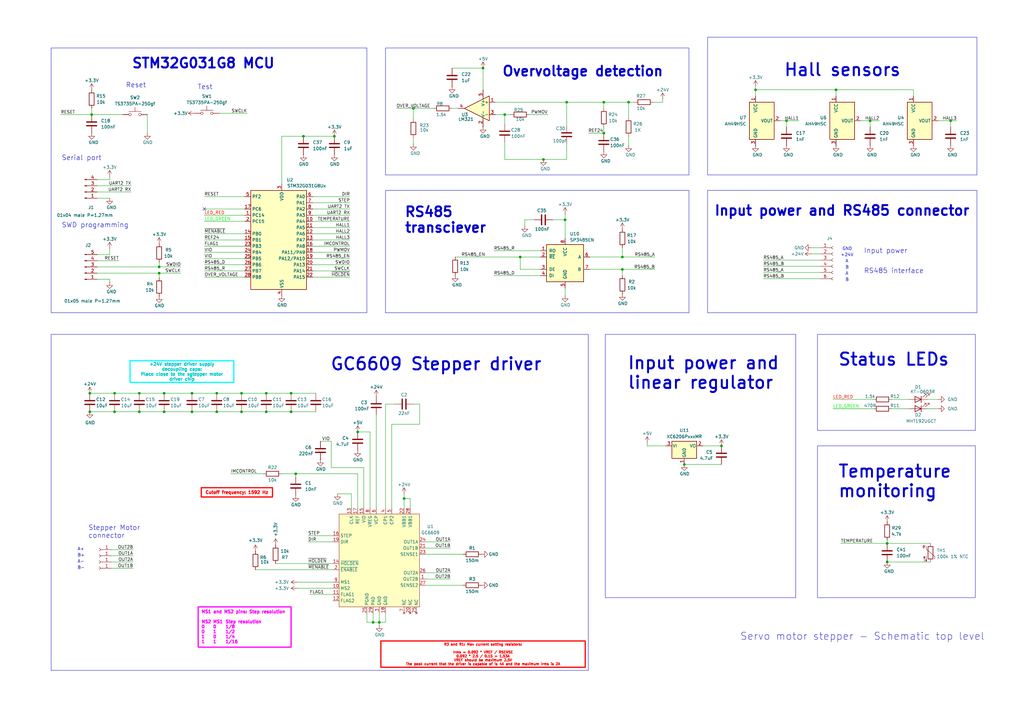
<source format=kicad_sch>
(kicad_sch (version 20231120) (generator "eeschema") (generator_version "8.0")
  (paper "A3")
  (title_block (title "Servo motor stepper M3 - Schematic top level") (date "2024-07-22") (rev "V9"))
  (junction (at 165.735 204.47))
  (junction (at 57.15 161.29))
  (junction (at 37.592 46.99))
  (junction (at 119.38 168.91))
  (junction (at 46.99 161.29))
  (junction (at 389.89 49.53))
  (junction (at 213.36 105.41))
  (junction (at 65.278 112.014))
  (junction (at 169.545 44.45))
  (junction (at 124.46 55.88))
  (junction (at 65.278 109.474))
  (junction (at 67.31 161.29))
  (junction (at 247.65 41.91))
  (junction (at 255.27 110.49))
  (junction (at 46.99 168.91))
  (junction (at 67.31 168.91))
  (junction (at 232.41 41.91))
  (junction (at 137.16 55.88))
  (junction (at 198.12 27.94))
  (junction (at 363.855 230.505))
  (junction (at 99.06 168.91))
  (junction (at 295.91 182.88))
  (junction (at 109.22 161.29))
  (junction (at 119.38 161.29))
  (junction (at 78.74 161.29))
  (junction (at 36.83 168.91))
  (junction (at 99.06 161.29))
  (junction (at 121.285 194.31))
  (junction (at 309.88 36.83))
  (junction (at 322.58 49.53))
  (junction (at 222.885 65.405))
  (junction (at 57.15 168.91))
  (junction (at 257.81 41.91))
  (junction (at 363.855 222.885))
  (junction (at 342.9 36.83))
  (junction (at 247.65 54.61))
  (junction (at 231.775 90.17))
  (junction (at 155.575 255.27))
  (junction (at 255.27 105.41))
  (junction (at 36.83 161.29))
  (junction (at 146.685 177.165))
  (junction (at 88.9 168.91))
  (junction (at 109.22 168.91))
  (junction (at 88.9 161.29))
  (junction (at 78.74 168.91))
  (junction (at 153.035 255.27))
  (junction (at 356.87 49.53))
  (junction (at 207.01 46.99))
  (junction (at 280.67 190.5))
  (no_connect (at 83.82 85.725))
  (wire (pts (xy 172.085 165.735) (xy 169.545 165.735)))
  (wire (pts (xy 320.04 49.53) (xy 322.58 49.53)))
  (wire (pts (xy 271.78 41.91) (xy 267.97 41.91)))
  (wire (pts (xy 99.06 161.29) (xy 109.22 161.29)))
  (wire (pts (xy 186.69 105.41) (xy 213.36 105.41)))
  (wire (pts (xy 162.56 44.45) (xy 169.545 44.45)))
  (wire (pts (xy 380.365 163.83) (xy 384.81 163.83)))
  (wire (pts (xy 39.878 109.474) (xy 65.278 109.474)))
  (wire (pts (xy 332.74 104.14) (xy 336.55 104.14)))
  (wire (pts (xy 143.51 98.425) (xy 128.27 98.425)))
  (wire (pts (xy 143.51 106.045) (xy 128.27 106.045)))
  (wire (pts (xy 356.87 49.53) (xy 360.68 49.53)))
  (wire (pts (xy 143.51 90.805) (xy 128.27 90.805)))
  (wire (pts (xy 83.82 108.585) (xy 100.33 108.585)))
  (wire (pts (xy 215.265 90.17) (xy 215.265 92.71)))
  (wire (pts (xy 165.735 204.47) (xy 165.735 208.28)))
  (wire (pts (xy 184.785 224.79) (xy 174.625 224.79)))
  (wire (pts (xy 57.15 161.29) (xy 67.31 161.29)))
  (wire (pts (xy 37.592 46.99) (xy 50.292 46.99)))
  (wire (pts (xy 222.885 65.405) (xy 232.41 65.405)))
  (wire (pts (xy 143.51 80.645) (xy 128.27 80.645)))
  (wire (pts (xy 169.545 44.45) (xy 169.545 48.895)))
  (wire (pts (xy 143.51 103.505) (xy 128.27 103.505)))
  (wire (pts (xy 332.74 101.6) (xy 336.55 101.6)))
  (wire (pts (xy 39.878 78.74) (xy 53.848 78.74)))
  (wire (pts (xy 255.27 101.6) (xy 255.27 105.41)))
  (wire (pts (xy 255.27 105.41) (xy 268.605 105.41)))
  (wire (pts (xy 78.74 168.91) (xy 88.9 168.91)))
  (wire (pts (xy 169.545 44.45) (xy 177.8 44.45)))
  (wire (pts (xy 255.27 110.49) (xy 255.27 113.03)))
  (wire (pts (xy 144.145 208.28) (xy 144.145 202.565)))
  (wire (pts (xy 128.27 85.725) (xy 143.51 85.725)))
  (wire (pts (xy 39.878 104.394) (xy 44.958 104.394)))
  (wire (pts (xy 128.27 88.265) (xy 143.51 88.265)))
  (wire (pts (xy 143.51 95.885) (xy 128.27 95.885)))
  (wire (pts (xy 83.82 103.505) (xy 100.33 103.505)))
  (wire (pts (xy 374.65 39.37) (xy 374.65 36.83)))
  (wire (pts (xy 222.885 65.405) (xy 207.01 65.405)))
  (wire (pts (xy 174.625 240.03) (xy 189.865 240.03)))
  (wire (pts (xy 241.935 110.49) (xy 255.27 110.49)))
  (wire (pts (xy 113.03 231.14) (xy 136.525 231.14)))
  (wire (pts (xy 389.89 49.53) (xy 389.89 52.07)))
  (wire (pts (xy 143.51 83.185) (xy 128.27 83.185)))
  (wire (pts (xy 109.22 168.91) (xy 119.38 168.91)))
  (wire (pts (xy 143.51 100.965) (xy 128.27 100.965)))
  (wire (pts (xy 353.06 49.53) (xy 356.87 49.53)))
  (wire (pts (xy 365.76 163.83) (xy 372.745 163.83)))
  (wire (pts (xy 57.15 168.91) (xy 67.31 168.91)))
  (wire (pts (xy 207.01 46.99) (xy 207.01 50.8)))
  (wire (pts (xy 158.115 165.735) (xy 158.115 208.28)))
  (wire (pts (xy 184.785 237.49) (xy 174.625 237.49)))
  (wire (pts (xy 126.365 219.71) (xy 136.525 219.71)))
  (wire (pts (xy 257.81 55.88) (xy 257.81 59.69)))
  (wire (pts (xy 213.36 105.41) (xy 221.615 105.41)))
  (wire (pts (xy 127 243.84) (xy 136.525 243.84)))
  (wire (pts (xy 363.855 222.885) (xy 381.635 222.885)))
  (wire (pts (xy 257.81 41.91) (xy 257.81 48.26)))
  (wire (pts (xy 380.365 167.64) (xy 384.81 167.64)))
  (wire (pts (xy 165.735 202.565) (xy 165.735 204.47)))
  (wire (pts (xy 161.925 165.735) (xy 158.115 165.735)))
  (wire (pts (xy 313.055 109.22) (xy 336.55 109.22)))
  (wire (pts (xy 313.055 106.68) (xy 336.55 106.68)))
  (wire (pts (xy 202.565 102.87) (xy 221.615 102.87)))
  (wire (pts (xy 149.225 208.28) (xy 149.225 191.77)))
  (wire (pts (xy 121.92 241.3) (xy 136.525 241.3)))
  (wire (pts (xy 207.01 58.42) (xy 207.01 65.405)))
  (wire (pts (xy 121.285 194.31) (xy 121.285 195.58)))
  (wire (pts (xy 231.775 90.17) (xy 231.775 97.79)))
  (wire (pts (xy 168.275 204.47) (xy 165.735 204.47)))
  (wire (pts (xy 126.365 222.25) (xy 136.525 222.25)))
  (wire (pts (xy 160.655 173.99) (xy 172.085 173.99)))
  (wire (pts (xy 154.305 170.18) (xy 154.305 208.28)))
  (wire (pts (xy 54.61 233.045) (xy 45.72 233.045)))
  (wire (pts (xy 39.878 73.66) (xy 44.958 73.66)))
  (wire (pts (xy 184.785 222.25) (xy 174.625 222.25)))
  (wire (pts (xy 115.57 194.31) (xy 121.285 194.31)))
  (wire (pts (xy 143.51 108.585) (xy 128.27 108.585)))
  (wire (pts (xy 363.855 230.505) (xy 381.635 230.505)))
  (wire (pts (xy 39.878 81.28) (xy 44.958 81.28)))
  (wire (pts (xy 36.83 161.29) (xy 46.99 161.29)))
  (wire (pts (xy 265.43 181.61) (xy 265.43 182.88)))
  (wire (pts (xy 213.36 110.49) (xy 221.615 110.49)))
  (wire (pts (xy 83.82 100.965) (xy 100.33 100.965)))
  (wire (pts (xy 231.775 87.63) (xy 231.775 90.17)))
  (wire (pts (xy 143.51 93.345) (xy 128.27 93.345)))
  (wire (pts (xy 144.145 202.565) (xy 138.43 202.565)))
  (wire (pts (xy 65.278 107.569) (xy 65.278 109.474)))
  (wire (pts (xy 203.2 41.91) (xy 232.41 41.91)))
  (wire (pts (xy 37.592 44.45) (xy 37.592 46.99)))
  (wire (pts (xy 389.89 49.53) (xy 392.43 49.53)))
  (wire (pts (xy 265.43 182.88) (xy 273.05 182.88)))
  (wire (pts (xy 363.855 221.615) (xy 363.855 222.885)))
  (wire (pts (xy 232.41 51.435) (xy 232.41 41.91)))
  (wire (pts (xy 169.545 56.515) (xy 169.545 59.055)))
  (wire (pts (xy 44.958 114.554) (xy 44.958 115.824)))
  (wire (pts (xy 83.82 106.045) (xy 100.33 106.045)))
  (wire (pts (xy 65.278 112.014) (xy 74.168 112.014)))
  (wire (pts (xy 257.81 41.91) (xy 260.35 41.91)))
  (wire (pts (xy 150.495 251.46) (xy 150.495 255.27)))
  (wire (pts (xy 226.695 90.17) (xy 231.775 90.17)))
  (wire (pts (xy 217.17 46.99) (xy 224.79 46.99)))
  (wire (pts (xy 168.275 208.28) (xy 168.275 204.47)))
  (wire (pts (xy 158.115 251.46) (xy 158.115 255.27)))
  (wire (pts (xy 88.9 161.29) (xy 99.06 161.29)))
  (wire (pts (xy 39.878 106.934) (xy 48.768 106.934)))
  (wire (pts (xy 203.2 46.99) (xy 207.01 46.99)))
  (wire (pts (xy 231.775 121.285) (xy 231.775 118.11)))
  (wire (pts (xy 83.82 90.805) (xy 100.33 90.805)))
  (wire (pts (xy 313.055 114.3) (xy 336.55 114.3)))
  (wire (pts (xy 155.575 251.46) (xy 155.575 255.27)))
  (wire (pts (xy 322.58 49.53) (xy 322.58 52.07)))
  (wire (pts (xy 174.625 227.33) (xy 189.865 227.33)))
  (wire (pts (xy 60.452 46.99) (xy 60.452 54.61)))
  (wire (pts (xy 83.82 95.885) (xy 100.33 95.885)))
  (wire (pts (xy 39.878 112.014) (xy 65.278 112.014)))
  (wire (pts (xy 153.035 255.27) (xy 155.575 255.27)))
  (wire (pts (xy 94.615 194.31) (xy 107.95 194.31)))
  (wire (pts (xy 83.82 113.665) (xy 100.33 113.665)))
  (wire (pts (xy 219.075 90.17) (xy 215.265 90.17)))
  (wire (pts (xy 24.892 46.99) (xy 37.592 46.99)))
  (wire (pts (xy 99.06 168.91) (xy 109.22 168.91)))
  (wire (pts (xy 344.805 222.885) (xy 363.855 222.885)))
  (wire (pts (xy 155.575 255.27) (xy 155.575 256.54)))
  (wire (pts (xy 78.74 161.29) (xy 88.9 161.29)))
  (wire (pts (xy 232.41 65.405) (xy 232.41 59.055)))
  (wire (pts (xy 83.82 98.425) (xy 100.33 98.425)))
  (wire (pts (xy 65.278 113.919) (xy 65.278 112.014)))
  (wire (pts (xy 88.9 168.91) (xy 99.06 168.91)))
  (wire (pts (xy 54.61 225.425) (xy 45.72 225.425)))
  (wire (pts (xy 342.9 39.37) (xy 342.9 36.83)))
  (wire (pts (xy 207.01 46.99) (xy 209.55 46.99)))
  (wire (pts (xy 374.65 36.83) (xy 342.9 36.83)))
  (wire (pts (xy 44.958 104.394) (xy 44.958 101.854)))
  (wire (pts (xy 255.27 110.49) (xy 268.605 110.49)))
  (wire (pts (xy 115.57 75.565) (xy 115.57 55.88)))
  (wire (pts (xy 119.38 161.29) (xy 129.54 161.29)))
  (wire (pts (xy 213.36 105.41) (xy 213.36 110.49)))
  (wire (pts (xy 322.58 49.53) (xy 327.66 49.53)))
  (wire (pts (xy 39.878 76.2) (xy 53.848 76.2)))
  (wire (pts (xy 172.085 173.99) (xy 172.085 165.735)))
  (wire (pts (xy 65.278 109.474) (xy 74.168 109.474)))
  (wire (pts (xy 151.765 177.165) (xy 151.765 208.28)))
  (wire (pts (xy 185.42 44.45) (xy 187.96 44.45)))
  (wire (pts (xy 185.42 27.94) (xy 198.12 27.94)))
  (wire (pts (xy 150.495 255.27) (xy 153.035 255.27)))
  (wire (pts (xy 83.82 88.265) (xy 100.33 88.265)))
  (wire (pts (xy 158.115 255.27) (xy 155.575 255.27)))
  (wire (pts (xy 124.46 55.88) (xy 137.16 55.88)))
  (wire (pts (xy 104.775 233.68) (xy 136.525 233.68)))
  (wire (pts (xy 67.31 168.91) (xy 78.74 168.91)))
  (wire (pts (xy 313.055 111.76) (xy 336.55 111.76)))
  (wire (pts (xy 89.916 46.482) (xy 101.346 46.482)))
  (wire (pts (xy 160.655 208.28) (xy 160.655 173.99)))
  (wire (pts (xy 46.99 168.91) (xy 57.15 168.91)))
  (wire (pts (xy 309.88 35.56) (xy 309.88 36.83)))
  (wire (pts (xy 271.78 40.64) (xy 271.78 41.91)))
  (wire (pts (xy 36.83 168.91) (xy 46.99 168.91)))
  (wire (pts (xy 39.878 114.554) (xy 44.958 114.554)))
  (wire (pts (xy 135.89 191.77) (xy 149.225 191.77)))
  (wire (pts (xy 341.63 167.64) (xy 358.14 167.64)))
  (wire (pts (xy 44.958 73.66) (xy 44.958 72.39)))
  (wire (pts (xy 247.65 41.91) (xy 257.81 41.91)))
  (wire (pts (xy 241.935 105.41) (xy 255.27 105.41)))
  (wire (pts (xy 121.285 194.31) (xy 146.685 194.31)))
  (wire (pts (xy 288.29 182.88) (xy 295.91 182.88)))
  (wire (pts (xy 54.61 227.965) (xy 45.72 227.965)))
  (wire (pts (xy 146.685 177.165) (xy 151.765 177.165)))
  (wire (pts (xy 146.685 208.28) (xy 146.685 194.31)))
  (wire (pts (xy 83.82 85.725) (xy 100.33 85.725)))
  (wire (pts (xy 109.22 161.29) (xy 119.38 161.29)))
  (wire (pts (xy 247.65 41.91) (xy 247.65 44.45)))
  (wire (pts (xy 54.61 230.505) (xy 45.72 230.505)))
  (wire (pts (xy 119.38 168.91) (xy 129.54 168.91)))
  (wire (pts (xy 198.12 27.94) (xy 198.12 36.83)))
  (wire (pts (xy 184.785 234.95) (xy 174.625 234.95)))
  (wire (pts (xy 131.445 180.975) (xy 135.89 180.975)))
  (wire (pts (xy 247.65 52.07) (xy 247.65 54.61)))
  (wire (pts (xy 342.9 36.83) (xy 309.88 36.83)))
  (wire (pts (xy 309.88 36.83) (xy 309.88 39.37)))
  (wire (pts (xy 384.81 49.53) (xy 389.89 49.53)))
  (wire (pts (xy 143.51 113.665) (xy 128.27 113.665)))
  (wire (pts (xy 83.82 111.125) (xy 100.33 111.125)))
  (wire (pts (xy 356.87 49.53) (xy 356.87 52.07)))
  (wire (pts (xy 280.67 190.5) (xy 295.91 190.5)))
  (wire (pts (xy 241.3 54.61) (xy 247.65 54.61)))
  (wire (pts (xy 365.76 167.64) (xy 372.745 167.64)))
  (wire (pts (xy 83.82 80.645) (xy 100.33 80.645)))
  (wire (pts (xy 115.57 55.88) (xy 124.46 55.88)))
  (wire (pts (xy 136.525 238.76) (xy 121.92 238.76)))
  (wire (pts (xy 46.99 161.29) (xy 57.15 161.29)))
  (wire (pts (xy 153.035 251.46) (xy 153.035 255.27)))
  (wire (pts (xy 341.63 163.83) (xy 358.14 163.83)))
  (wire (pts (xy 232.41 41.91) (xy 247.65 41.91)))
  (wire (pts (xy 202.565 113.03) (xy 221.615 113.03)))
  (wire (pts (xy 135.89 191.77) (xy 135.89 180.975)))
  (wire (pts (xy 67.31 161.29) (xy 78.74 161.29)))
  (wire (pts (xy 143.51 111.125) (xy 128.27 111.125)))
  (rectangle (start 248.285 137.16) (end 326.39 245.11))
  (rectangle (start 335.28 137.16) (end 400.05 176.53))
  (rectangle (start 20.955 137.16) (end 241.3 274.955))
  (rectangle (start 158.115 19.685) (end 282.575 71.755))
  (rectangle (start 290.195 15.24) (end 400.685 71.755))
  (rectangle (start 20.955 19.685) (end 150.495 128.27))
  (rectangle (start 158.115 78.105) (end 282.575 128.27))
  (rectangle (start 335.28 182.88) (end 400.05 245.11))
  (rectangle (start 290.195 78.105) (end 400.685 128.27))
  (text_box "Cutoff frequency: 1592 Hz\n" (at 82.55 200.025 0) (size 29.21 3.81) (stroke (width 0.5) (color 255 0 0 1)) (effects (font (size 1.27 1.27) (thickness 0.4) (bold yes))))
  (text_box "+24V stepper driver supply \ndecoupling caps:\nPlace close to the sgtepper motor driver chip" (at 53.34 147.955 0) (size 42.545 8.89) (stroke (width 0.5) (color 0 255 255 1)) (effects (font (size 1.27 1.27) (thickness 0.4) (bold yes))))
  (text_box "MS1 and MS2 pins: Step resolution\n\nMS2	MS1	Step resolution\n0	0	1/8\n0	1	1/2\n1	0	1/4\n1	1	1/16\n" (at 81.28 248.92 0) (size 38.1 16.51) (stroke (width 0.5) (color 255 0 255 1)) (effects (font (size 1.27 1.27) (thickness 0.4) (bold yes)) (justify left top)))
  (text_box "${94df9340-9001-4abf-849e-0a57a0ae12d6:REFERENCE} and ${c2765680-53cb-47ff-a513-50fbdfe64cd0:REFERENCE}: Max current setting resistors:\n\nIrms = 0.092 * VREF / RSENSE\n0.092 * 2.5 / 0.15 = 1.53A\nVREF should be maximum 2.5V\nThe peak current that the driver is capable of is 4A and the maximum Irms is 2A" (at 156.21 262.89 0) (size 83.82 10.795) (stroke (width 0.5) (color 255 0 0 1)) (effects (font (size 1 1) (thickness 0.4) (bold yes))))
  (text "Reset" (at 51.562 36.195 0) (effects (font (size 2 2)) (justify left bottom)))
  (text "Test" (at 81.026 36.957 0) (effects (font (size 2 2)) (justify left bottom)))
  (text "B" (at 346.71 115.57 0) (effects (font (size 1.27 1.27)) (justify left bottom)))
  (text "+24V" (at 344.805 105.41 0) (effects (font (size 1.27 1.27)) (justify left bottom)))
  (text "SWD programming" (at 25.273 93.599 0) (effects (font (size 2 2)) (justify left bottom)))
  (text "Serial port" (at 25.273 66.04 0) (effects (font (size 2 2)) (justify left bottom)))
  (text "GND" (at 345.44 102.87 0) (effects (font (size 1.27 1.27)) (justify left bottom)))
  (text "RS485\ntransciever" (at 165.735 95.885 0) (effects (font (size 4 4) (thickness 0.8) (bold yes)) (justify left bottom)))
  (text "Input power" (at 354.33 104.14 0) (effects (font (size 2 2)) (justify left bottom)))
  (text "B" (at 346.71 110.49 0) (effects (font (size 1.27 1.27)) (justify left bottom)))
  (text "A+" (at 31.75 226.06 0) (effects (font (size 1.27 1.27)) (justify left bottom)))
  (text "Status LEDs" (at 343.535 150.495 0) (effects (font (size 5 5) (thickness 0.8) (bold yes)) (justify left bottom)))
  (text "Overvoltage detection" (at 205.74 31.75 0) (effects (font (size 4 4) (thickness 0.8) (bold yes)) (justify left bottom)))
  (text "Input power and\nlinear regulator" (at 257.175 160.02 0) (effects (font (size 5 5) (thickness 0.8) (bold yes)) (justify left bottom)))
  (text "A" (at 346.71 107.95 0) (effects (font (size 1.27 1.27)) (justify left bottom)))
  (text "Input power and RS485 connector" (at 292.735 88.9 0) (effects (font (size 4 4) (thickness 0.8) (bold yes)) (justify left bottom)))
  (text "A" (at 346.71 113.03 0) (effects (font (size 1.27 1.27)) (justify left bottom)))
  (text "RS485 interface" (at 354.33 112.395 0) (effects (font (size 2 2)) (justify left bottom)))
  (text "Temperature\nmonitoring" (at 343.535 204.47 0) (effects (font (size 5 5) (thickness 0.8) (bold yes)) (justify left bottom)))
  (text "B+" (at 31.75 228.6 0) (effects (font (size 1.27 1.27)) (justify left bottom)))
  (text "Servo motor stepper - Schematic top level" (at 303.53 262.89 0) (effects (font (size 3 3)) (justify left bottom)))
  (text "STM32G031G8 MCU" (at 53.848 28.448 0) (effects (font (size 4 4) (thickness 0.8) (bold yes)) (justify left bottom)))
  (text "A-" (at 31.75 231.14 0) (effects (font (size 1.27 1.27)) (justify left bottom)))
  (text "B-" (at 31.75 233.68 0) (effects (font (size 1.27 1.27)) (justify left bottom)))
  (text "GC6609 Stepper driver" (at 135.255 152.4 0) (effects (font (size 5 5) (thickness 0.8) (bold yes)) (justify left bottom)))
  (text "Hall sensors" (at 321.31 31.75 0) (effects (font (size 5 5) (thickness 0.8) (bold yes)) (justify left bottom)))
  (text "Stepper Motor\nconnector" (at 36.195 220.98 0) (effects (font (size 2 2)) (justify left bottom)))
  (label "DIR" (at 126.365 222.25 0))
  (label "RESET" (at 48.768 106.934 180))
  (label "OUT1A" (at 184.785 222.25 180))
  (label "RS485_EN" (at 143.51 106.045 180))
  (label "~{MENABLE}" (at 83.82 95.885 0))
  (label "SWCLK" (at 74.168 112.014 180))
  (label "OVER_VOLTAGE" (at 83.82 113.665 0))
  (label "HALL2" (at 360.68 49.53 180))
  (label "OUT2A" (at 184.785 234.95 180))
  (label "REF24" (at 241.3 54.61 0))
  (label "RS485_R" (at 202.565 102.87 0))
  (label "RS485_EN" (at 189.23 105.41 0))
  (label "DIR" (at 143.51 80.645 180))
  (label "VIO" (at 83.82 106.045 0))
  (label "OUT2B" (at 184.785 237.49 180))
  (label "OUT2B" (at 54.61 225.425 180))
  (label "LED_GREEN" (at 83.82 90.805 0))
  (label "~{MENABLE}" (at 126.365 233.68 0))
  (label "RS485_B" (at 313.055 109.22 0))
  (label "VIO" (at 83.82 103.505 0))
  (label "SWCLK" (at 143.51 111.125 180))
  (label "STEP" (at 126.365 219.71 0))
  (label "RS485_A" (at 313.055 106.68 0))
  (label "OUT1A" (at 54.61 227.965 180))
  (label "PWMOV" (at 217.805 46.99 0))
  (label "UART2 RX" (at 53.848 78.74 180))
  (label "OUT1B" (at 54.61 233.045 180))
  (label "RESET" (at 24.892 46.99 0))
  (label "PWMOV" (at 143.51 103.505 180))
  (label "RS485_A" (at 313.055 111.76 0))
  (label "RS485_A" (at 268.605 105.41 180))
  (label "HALL2" (at 143.51 95.885 180))
  (label "~{HOLDEN}" (at 135.89 113.665 0))
  (label "LED_RED" (at 83.82 88.265 0))
  (label "RESET" (at 83.82 80.645 0))
  (label "OVER_VOLTAGE" (at 162.56 44.45 0))
  (label "RS485_B" (at 313.055 114.3 0))
  (label "RS485_D" (at 202.565 113.03 0))
  (label "HALL3" (at 143.51 98.425 180))
  (label "LED_RED" (at 341.63 163.83 0))
  (label "LED_GREEN" (at 341.63 167.64 0))
  (label "SWCLK" (at 101.346 46.482 180))
  (label "REF24" (at 83.82 98.425 0))
  (label "IMCONTROL" (at 143.51 100.965 180))
  (label "RS485_R" (at 83.82 111.125 0))
  (label "UART2 TX" (at 143.51 85.725 180))
  (label "~{HOLDEN}" (at 126.365 231.14 0))
  (label "FLAG1" (at 83.82 100.965 0))
  (label "SWDIO" (at 74.168 109.474 180))
  (label "UART2 TX" (at 53.848 76.2 180))
  (label "HALL1" (at 143.51 93.345 180))
  (label "TEMPERATURE" (at 344.805 222.885 0))
  (label "RS485_B" (at 268.605 110.49 180))
  (label "HALL3" (at 392.43 49.53 180))
  (label "UART2 RX" (at 143.51 88.265 180))
  (label "VIO" (at 132.08 180.975 0))
  (label "TEMPERATURE" (at 143.51 90.805 180))
  (label "OUT2A" (at 54.61 230.505 180))
  (label "FLAG1" (at 127 243.84 0))
  (label "IMCONTROL" (at 94.615 194.31 0))
  (label "SWDIO" (at 143.51 108.585 180))
  (label "HALL1" (at 327.66 49.53 180))
  (label "STEP" (at 143.51 83.185 180))
  (label "OUT1B" (at 184.785 224.79 180))
  (label "RS485_D" (at 83.82 108.585 0))
  (symbol (lib_id "power:GND") (at 363.855 230.505 0) (unit 1)
    (property "Reference" "#PWR071" (effects (hide yes)))
    (property "Value" "GND" (at 362.585 234.315 0) (effects (justify left)))
  )
  (symbol (lib_id "power:+3.3V") (at 309.88 35.56 0) (unit 1)
    (property "Reference" "#PWR028" (effects (hide yes)))
    (property "Value" "+3.3V" (at 309.88 31.75 0))
  )
  (symbol (lib_id "power:+3.3V") (at 231.775 87.63 0) (unit 1)
    (property "Reference" "#PWR033" (effects (hide yes)))
    (property "Value" "+3.3V" (at 231.775 83.82 0))
  )
  (symbol (lib_id "power:GND") (at 356.87 59.69 0) (unit 1)
    (property "Reference" "#PWR0105" (effects (hide yes)))
    (property "Value" "GND" (at 355.6 63.5 0) (effects (justify left)))
  )
  (symbol (lib_id "Device:C") (at 37.592 50.8 0) (unit 1)
    (property "Reference" "C18" (at 41.402 49.5299 0) (effects (justify left)))
    (property "Value" "100nF" (at 41.402 52.0699 0) (effects (justify left)))
    (property "Footprint" "Capacitor_SMD:C_0402_1005Metric" (effects (hide yes)))
    (property "LCSC" "C307331" (effects (hide yes)))
  )
  (symbol (lib_id "Device:LED") (at 376.555 163.83 180) (unit 1)
    (property "Reference" "D1" (at 376.555 158.75 0))
    (property "Value" "KT-0603R" (at 378.46 160.655 0))
    (property "Footprint" "LED_SMD:LED_0603_1608Metric" (effects (hide yes)))
    (property "Description" "Light emitting diode" (effects (hide yes)))
    (property "LCSC" "C2286" (effects (hide yes)))
  )
  (symbol (lib_id "power:+3.3V") (at 137.16 55.88 0) (unit 1)
    (property "Reference" "#PWR07" (effects (hide yes)))
    (property "Value" "+3.3V" (at 137.16 52.07 0))
  )
  (symbol (lib_id "power:+3.3V") (at 295.91 182.88 0) (unit 1)
    (property "Reference" "#PWR060" (effects (hide yes)))
    (property "Value" "+3.3V" (at 295.91 179.07 0))
  )
  (symbol (lib_id "Sensor_Magnetic:A1101ELHL") (at 312.42 49.53 0) (unit 1) (exclude_from_sim yes)
    (property "Reference" "U7" (at 306.07 48.2599 0) (effects (justify right)))
    (property "Value" "AH49HSC" (at 306.07 50.7999 0) (effects (justify right)))
    (property "Footprint" "Package_TO_SOT_SMD:SOT-23" (effects (hide yes)))
    (property "LCSC" "C510723" (effects (hide yes)))
  )
  (symbol (lib_id "Device:C") (at 99.06 165.1 0) (unit 1)
    (property "Reference" "C10" (at 101.6 163.83 0) (effects (justify left)))
    (property "Value" "10uF" (at 101.6 166.37 0) (effects (justify left)))
    (property "Footprint" "Capacitor_SMD:C_0603_1608Metric" (effects (hide yes)))
    (property "LCSC" "C194427" (effects (hide yes)))
  )
  (symbol (lib_id "Amplifier_Operational:LM321") (at 195.58 44.45 0) (mirror y) (unit 1) (exclude_from_sim yes)
    (property "Reference" "U3" (at 189.23 46.99 0) (effects (justify right)))
    (property "Value" "LM321" (at 187.96 48.895 0) (effects (justify right)))
    (property "Footprint" "Package_TO_SOT_SMD:SOT-23-5" (effects (hide yes)))
    (property "Datasheet" "https://www.lcsc.com/datasheet/lcsc_datasheet_2401051805_HANSCHIP-semiconductor-LM321MF_C19723728.pdf" (effects (hide yes)))
    (property "LCSC" "C19723728" (effects (hide yes)))
  )
  (symbol (lib_id "power:GND") (at 322.58 59.69 0) (unit 1)
    (property "Reference" "#PWR0110" (effects (hide yes)))
    (property "Value" "GND" (at 321.31 63.5 0) (effects (justify left)))
  )
  (symbol (lib_id "power:GND") (at 309.88 59.69 0) (unit 1)
    (property "Reference" "#PWR0108" (effects (hide yes)))
    (property "Value" "GND" (at 308.61 63.5 0) (effects (justify left)))
  )
  (symbol (lib_id "power:GND") (at 384.81 163.83 90) (unit 1)
    (property "Reference" "#PWR030" (effects (hide yes)))
    (property "Value" "GND" (at 388.62 163.8299 90) (effects (justify right)))
  )
  (symbol (lib_id "Device:R") (at 111.76 194.31 90) (unit 1)
    (property "Reference" "R22" (at 111.76 191.77 90))
    (property "Value" "10k" (at 111.76 196.85 90))
    (property "Footprint" "Resistor_SMD:R_0402_1005Metric" (effects (hide yes)))
    (property "LCSC" "C25744" (effects (hide yes)))
  )
  (symbol (lib_id "Sensor_Magnetic:A1101ELHL") (at 377.19 49.53 0) (unit 1) (exclude_from_sim yes)
    (property "Reference" "U4" (at 370.84 48.2599 0) (effects (justify right)))
    (property "Value" "AH49HSC" (at 370.84 50.7999 0) (effects (justify right)))
    (property "Footprint" "Package_TO_SOT_SMD:SOT-23" (effects (hide yes)))
    (property "LCSC" "C510723" (effects (hide yes)))
  )
  (symbol (lib_id "power:GND") (at 121.285 203.2 0) (unit 1)
    (property "Reference" "#PWR038" (effects (hide yes)))
    (property "Value" "GND" (at 119.38 207.01 0) (effects (justify left)))
  )
  (symbol (lib_id "power:+3.3V") (at 37.592 36.83 0) (unit 1)
    (property "Reference" "#PWR035" (effects (hide yes)))
    (property "Value" "+3.3V" (at 37.592 33.02 0))
  )
  (symbol (lib_id "Device:C") (at 119.38 165.1 0) (unit 1)
    (property "Reference" "C13" (at 121.92 163.83 0) (effects (justify left)))
    (property "Value" "10uF" (at 121.92 166.37 0) (effects (justify left)))
    (property "Footprint" "Capacitor_SMD:C_0603_1608Metric" (effects (hide yes)))
    (property "LCSC" "C194427" (effects (hide yes)))
  )
  (symbol (lib_id "power:GND") (at 255.27 120.65 0) (unit 1)
    (property "Reference" "#PWR018" (effects (hide yes)))
    (property "Value" "GND" (at 253.365 124.46 0) (effects (justify left)))
  )
  (symbol (lib_id "power:GND") (at 65.278 121.539 0) (unit 1)
    (property "Reference" "#PWR09" (effects (hide yes)))
    (property "Value" "GND" (at 63.373 125.349 0) (effects (justify left)))
  )
  (symbol (lib_id "Device:R") (at 181.61 44.45 90) (unit 1)
    (property "Reference" "R8" (at 180.34 42.545 90))
    (property "Value" "1.5k" (at 180.975 46.99 90))
    (property "Footprint" "Resistor_SMD:R_0402_1005Metric" (effects (hide yes)))
    (property "LCSC" "C25867" (effects (hide yes)))
  )
  (symbol (lib_id "power:GND") (at 222.885 65.405 0) (unit 1)
    (property "Reference" "#PWR058" (effects (hide yes)))
    (property "Value" "GND" (at 221.615 69.215 0) (effects (justify left)))
  )
  (symbol (lib_id "power:+3.3V") (at 121.92 241.3 90) (unit 1)
    (property "Reference" "#PWR043" (effects (hide yes)))
    (property "Value" "+3.3V" (at 115.57 241.3 90))
  )
  (symbol (lib_id "Device:R") (at 113.03 227.33 0) (unit 1)
    (property "Reference" "R7" (at 116.84 228.6 0))
    (property "Value" "10k" (at 116.84 226.06 0))
    (property "Footprint" "Resistor_SMD:R_0402_1005Metric" (effects (hide yes)))
    (property "LCSC" "C25744" (effects (hide yes)))
  )
  (symbol (lib_id "power:GND") (at 185.42 35.56 0) (unit 1)
    (property "Reference" "#PWR044" (effects (hide yes)))
    (property "Value" "GND" (at 184.15 39.37 0) (effects (justify left)))
  )
  (symbol (lib_id "Device:R") (at 255.27 116.84 180) (unit 1)
    (property "Reference" "R2" (at 259.08 115.57 0))
    (property "Value" "10k" (at 259.08 118.11 0))
    (property "Footprint" "Resistor_SMD:R_0402_1005Metric" (effects (hide yes)))
    (property "LCSC" "C25744" (effects (hide yes)))
  )
  (symbol (lib_id "power:GND") (at 44.958 115.824 0) (unit 1)
    (property "Reference" "#PWR05" (effects (hide yes)))
    (property "Value" "GND" (at 43.688 119.634 0) (effects (justify left)))
  )
  (symbol (lib_id "Device:C") (at 185.42 31.75 0) (unit 1)
    (property "Reference" "C22" (at 189.23 30.4799 0) (effects (justify left)))
    (property "Value" "1uF" (at 189.23 33.0199 0) (effects (justify left)))
    (property "Footprint" "Capacitor_SMD:C_0402_1005Metric" (effects (hide yes)))
    (property "LCSC" "C52923" (effects (hide yes)))
  )
  (symbol (lib_id "power:GND") (at 169.545 59.055 0) (unit 1)
    (property "Reference" "#PWR049" (effects (hide yes)))
    (property "Value" "GND" (at 168.275 62.865 0) (effects (justify left)))
  )
  (symbol (lib_id "power:GND") (at 115.57 121.285 0) (unit 1)
    (property "Reference" "#PWR029" (effects (hide yes)))
    (property "Value" "GND" (at 113.665 125.095 0) (effects (justify left)))
  )
  (symbol (lib_id "Device:R") (at 169.545 52.705 180) (unit 1)
    (property "Reference" "R23" (at 173.99 51.435 0))
    (property "Value" "10k" (at 173.99 53.34 0))
    (property "Footprint" "Resistor_SMD:R_0402_1005Metric" (effects (hide yes)))
    (property "LCSC" "C25744" (effects (hide yes)))
  )
  (symbol (lib_id "power:GND") (at 137.16 63.5 0) (unit 1)
    (property "Reference" "#PWR021" (effects (hide yes)))
    (property "Value" "GND" (at 135.255 67.31 0) (effects (justify left)))
  )
  (symbol (lib_id "Device:C") (at 295.91 186.69 0) (unit 1)
    (property "Reference" "C5" (at 289.56 185.42 0) (effects (justify left)))
    (property "Value" "4.7uF" (at 287.02 187.96 0) (effects (justify left)))
    (property "Footprint" "Capacitor_SMD:C_0402_1005Metric" (effects (hide yes)))
    (property "LCSC" "C23733" (effects (hide yes)))
  )
  (symbol (lib_id "power:+3.3V") (at 121.92 238.76 90) (unit 1)
    (property "Reference" "#PWR045" (effects (hide yes)))
    (property "Value" "+3.3V" (at 115.57 238.76 90))
  )
  (symbol (lib_id "Device:R") (at 361.95 167.64 90) (unit 1)
    (property "Reference" "R11" (at 367.03 166.37 90))
    (property "Value" "470R" (at 356.87 166.37 90))
    (property "Footprint" "Resistor_SMD:R_0402_1005Metric" (effects (hide yes)))
    (property "LCSC" "C25117" (effects (hide yes)))
  )
  (symbol (lib_id "power:GND") (at 37.592 54.61 0) (unit 1)
    (property "Reference" "#PWR036" (effects (hide yes)))
    (property "Value" "GND" (at 36.322 58.42 0) (effects (justify left)))
  )
  (symbol (lib_id "Device:C") (at 131.445 184.785 0) (unit 1)
    (property "Reference" "C6" (at 125.095 183.515 0) (effects (justify left)))
    (property "Value" "220nF" (at 122.555 186.055 0) (effects (justify left)))
    (property "Footprint" "Capacitor_SMD:C_0402_1005Metric" (effects (hide yes)))
    (property "LCSC" "C16772" (effects (hide yes)))
  )
  (symbol (lib_id "power:GND") (at 60.452 54.61 0) (unit 1)
    (property "Reference" "#PWR039" (effects (hide yes)))
    (property "Value" "GND" (at 58.547 58.42 0) (effects (justify left)))
  )
  (symbol (lib_id "MCU_ST_STM32G0:STM32G031G8Ux") (at 113.03 98.425 0) (unit 1)
    (property "Reference" "U2" (at 117.5101 73.787 0) (effects (justify left)))
    (property "Value" "STM32G031G8Ux" (at 117.7641 76.2 0) (effects (justify left)))
    (property "Footprint" "Package_DFN_QFN:QFN-28_4x4mm_P0.5mm" (effects (hide yes)))
    (property "Datasheet" "https://www.st.com/resource/en/datasheet/stm32g031g8.pdf" (effects (hide yes)))
    (property "Description" "STMicroelectronics Arm Cortex-M0+ MCU, 64KB flash, 8KB RAM, 64 MHz, 1.7-3.6V, 26 GPIO, UFQFPN28" (effects (hide yes)))
    (property "LCSC" "C432211" (effects (hide yes)))
  )
  (symbol (lib_id "power:GND") (at 197.485 240.03 90) (unit 1)
    (property "Reference" "#PWR015" (effects (hide yes)))
    (property "Value" "GND" (at 204.47 240.03 90) (effects (justify left)))
  )
  (symbol (lib_id "power:GND") (at 124.46 63.5 0) (unit 1)
    (property "Reference" "#PWR027" (effects (hide yes)))
    (property "Value" "GND" (at 122.555 67.31 0) (effects (justify left)))
  )
  (symbol (lib_id "Connector:Conn_01x01_Socket") (at 40.64 225.425 180) (unit 1) (in_bom no)
    (property "Reference" "J8" (effects (hide yes)))
    (property "Value" "Conn_01x01_Socket" (effects (hide yes)))
    (property "Footprint" "servo_motor:Pad_3mm_TopOnly" (effects (hide yes)))
  )
  (symbol (lib_id "Device:C") (at 36.83 165.1 0) (unit 1)
    (property "Reference" "C12" (at 39.37 163.83 0) (effects (justify left)))
    (property "Value" "10uF" (at 39.37 166.37 0) (effects (justify left)))
    (property "Footprint" "Capacitor_SMD:C_0603_1608Metric" (effects (hide yes)))
    (property "LCSC" "C194427" (effects (hide yes)))
  )
  (symbol (lib_id "Device:C") (at 154.305 166.37 0) (unit 1)
    (property "Reference" "C3" (at 147.955 165.1 0) (effects (justify left)))
    (property "Value" "100nF" (at 145.415 167.64 0) (effects (justify left)))
    (property "Footprint" "Capacitor_SMD:C_0402_1005Metric" (effects (hide yes)))
    (property "LCSC" "C307331" (effects (hide yes)))
  )
  (symbol (lib_id "power:GND") (at 36.83 168.91 0) (unit 1)
    (property "Reference" "#PWR032" (effects (hide yes)))
    (property "Value" "GND" (at 34.925 173.355 0) (effects (justify left)))
  )
  (symbol (lib_id "Device:C") (at 247.65 58.42 0) (unit 1)
    (property "Reference" "C36" (at 250.19 57.15 0) (effects (justify left)))
    (property "Value" "100nF" (at 250.19 59.69 0) (effects (justify left)))
    (property "Footprint" "Capacitor_SMD:C_0402_1005Metric" (effects (hide yes)))
    (property "LCSC" "C307331" (effects (hide yes)))
  )
  (symbol (lib_id "Device:R") (at 104.775 229.87 180) (unit 1)
    (property "Reference" "R6" (at 107.95 228.6 0))
    (property "Value" "10k" (at 108.585 230.505 0))
    (property "Footprint" "Resistor_SMD:R_0402_1005Metric" (effects (hide yes)))
    (property "LCSC" "C25744" (effects (hide yes)))
  )
  (symbol (lib_name "GC6609_1") (lib_id "servo_motor:GC6609") (at 155.575 231.14 0) (unit 1)
    (property "Reference" "U1" (at 176.53 215.9314 0))
    (property "Value" "GC6609" (at 176.53 218.4714 0))
    (property "Footprint" "Package_DFN_QFN:QFN-28-1EP_5x5mm_P0.5mm_EP3.75x3.75mm_ThermalVias" (effects (hide yes)))
    (property "LCSC" "C16197208" (effects (hide yes)))
  )
  (symbol (lib_id "power:GND") (at 146.685 184.785 0) (unit 1)
    (property "Reference" "#PWR013" (effects (hide yes)))
    (property "Value" "GND" (at 144.78 188.595 0) (effects (justify left)))
  )
  (symbol (lib_id "power:GND") (at 155.575 256.54 0) (unit 1)
    (property "Reference" "#PWR012" (effects (hide yes)))
    (property "Value" "GND" (at 153.67 260.35 0) (effects (justify left)))
  )
  (symbol (lib_id "Device:C") (at 222.885 90.17 90) (unit 1)
    (property "Reference" "C35" (at 224.155 86.36 90) (effects (justify left)))
    (property "Value" "100nF" (at 225.425 93.98 90) (effects (justify left)))
    (property "Footprint" "Capacitor_SMD:C_0402_1005Metric" (effects (hide yes)))
    (property "LCSC" "C307331" (effects (hide yes)))
  )
  (symbol (lib_id "power:+10V") (at 198.12 27.94 0) (unit 1)
    (property "Reference" "#PWR050" (effects (hide yes)))
    (property "Value" "+5V" (at 198.12 24.13 0))
  )
  (symbol (lib_id "power:GND") (at 389.89 59.69 0) (unit 1)
    (property "Reference" "#PWR0106" (effects (hide yes)))
    (property "Value" "GND" (at 388.62 63.5 0) (effects (justify left)))
  )
  (symbol (lib_id "Device:R") (at 361.95 163.83 90) (unit 1)
    (property "Reference" "R12" (at 367.03 162.56 90))
    (property "Value" "1.5k" (at 356.87 162.56 90))
    (property "Footprint" "Resistor_SMD:R_0402_1005Metric" (effects (hide yes)))
    (property "LCSC" "C25867" (effects (hide yes)))
  )
  (symbol (lib_id "Connector:Conn_01x04_Pin") (at 34.798 78.74 0) (mirror x) (unit 1) (in_bom no)
    (property "Reference" "J1" (at 37.338 85.09 0))
    (property "Value" "01x04 male P=1.27mm" (at 34.798 88.265 0))
    (property "Footprint" "Connector_PinHeader_1.27mm:PinHeader_1x04_P1.27mm_Vertical" (effects (hide yes)))
  )
  (symbol (lib_id "power:GND") (at 332.74 101.6 270) (mirror x) (unit 1)
    (property "Reference" "#PWR020" (effects (hide yes)))
    (property "Value" "GND" (at 325.755 101.6 90) (effects (justify left)))
  )
  (symbol (lib_id "Device:R") (at 264.16 41.91 270) (unit 1)
    (property "Reference" "R27" (at 262.89 39.37 90))
    (property "Value" "10k" (at 262.89 44.45 90))
    (property "Footprint" "Resistor_SMD:R_0402_1005Metric" (effects (hide yes)))
    (property "LCSC" "C25744" (effects (hide yes)))
  )
  (symbol (lib_id "power:+3.3V") (at 44.958 72.39 0) (unit 1)
    (property "Reference" "#PWR02" (effects (hide yes)))
    (property "Value" "+3.3V" (at 44.958 68.58 0))
  )
  (symbol (lib_id "Connector:Conn_01x06_Socket") (at 341.63 106.68 0) (unit 1)
    (property "Reference" "J4" (at 339.09 97.79 0) (effects (justify left)))
    (property "Value" "Conn_01x06_Socket" (effects (hide yes)))
    (property "Footprint" "Connector_PinSocket_2.00mm:PinSocket_1x06_P2.00mm_Vertical" (effects (hide yes)))
  )
  (symbol (lib_id "power:+3.3V") (at 65.278 99.949 0) (unit 1)
    (property "Reference" "#PWR010" (effects (hide yes)))
    (property "Value" "+3.3V" (at 65.278 96.139 0))
  )
  (symbol (lib_id "power:+24V") (at 154.305 162.56 0) (unit 1)
    (property "Reference" "#PWR011" (effects (hide yes)))
    (property "Value" "+24V" (at 154.305 158.75 0))
  )
  (symbol (lib_id "Device:R") (at 65.278 117.729 180) (unit 1)
    (property "Reference" "R4" (at 61.468 116.459 0))
    (property "Value" "10k" (at 61.468 118.999 0))
    (property "Footprint" "Resistor_SMD:R_0402_1005Metric" (effects (hide yes)))
    (property "LCSC" "C25744" (effects (hide yes)))
  )
  (symbol (lib_id "Connector:Conn_01x01_Socket") (at 40.64 227.965 180) (unit 1) (in_bom no)
    (property "Reference" "J3" (effects (hide yes)))
    (property "Value" "Conn_01x01_Socket" (effects (hide yes)))
    (property "Footprint" "servo_motor:Pad_3mm_TopOnly" (effects (hide yes)))
  )
  (symbol (lib_id "power:GND") (at 384.81 167.64 90) (unit 1)
    (property "Reference" "#PWR031" (effects (hide yes)))
    (property "Value" "GND" (at 388.62 167.6399 90) (effects (justify right)))
  )
  (symbol (lib_id "Interface_UART:SP3485EN") (at 231.775 107.95 0) (unit 1)
    (property "Reference" "U10" (at 233.7309 95.885 0) (effects (justify left)))
    (property "Value" "SP3485EN" (at 233.7309 98.425 0) (effects (justify left)))
    (property "Footprint" "Package_SO:SOIC-8_3.9x4.9mm_P1.27mm" (effects (hide yes)))
    (property "Datasheet" "http://www.icbase.com/pdf/SPX/SPX00480106.pdf" (effects (hide yes)))
    (property "LCSC" "C8963" (effects (hide yes)))
  )
  (symbol (lib_id "Device:Thermistor_NTC") (at 381.635 226.695 0) (unit 1) (exclude_from_sim yes)
    (property "Reference" "TH1" (at 384.175 225.7424 0) (effects (justify left)))
    (property "Value" "100k 1% NTC" (at 384.175 228.2824 0) (effects (justify left)))
    (property "Footprint" "Resistor_SMD:R_0402_1005Metric" (effects (hide yes)))
    (property "LCSC" "C236279" (effects (hide yes)))
  )
  (symbol (lib_id "power:GND") (at 342.9 59.69 0) (unit 1)
    (property "Reference" "#PWR0107" (effects (hide yes)))
    (property "Value" "GND" (at 341.63 63.5 0) (effects (justify left)))
  )
  (symbol (lib_id "Device:C") (at 57.15 165.1 0) (unit 1)
    (property "Reference" "C15" (at 59.69 163.83 0) (effects (justify left)))
    (property "Value" "10uF" (at 59.69 166.37 0) (effects (justify left)))
    (property "Footprint" "Capacitor_SMD:C_0603_1608Metric" (effects (hide yes)))
    (property "LCSC" "C194427" (effects (hide yes)))
  )
  (symbol (lib_id "power:GND") (at 231.775 121.285 0) (unit 1)
    (property "Reference" "#PWR034" (effects (hide yes)))
    (property "Value" "GND" (at 229.87 125.095 0) (effects (justify left)))
  )
  (symbol (lib_id "Device:R") (at 193.675 240.03 270) (unit 1)
    (property "Reference" "R3" (at 193.675 237.49 90))
    (property "Value" "150m" (at 193.675 242.57 90))
    (property "Footprint" "Resistor_SMD:R_2010_5025Metric" (effects (hide yes)))
    (property "LCSC" "C421741" (effects (hide yes)))
  )
  (symbol (lib_id "power:+24V") (at 165.735 202.565 0) (unit 1)
    (property "Reference" "#PWR08" (effects (hide yes)))
    (property "Value" "+24V" (at 165.735 198.755 0))
  )
  (symbol (lib_id "power:+3.3V") (at 363.855 213.995 0) (unit 1)
    (property "Reference" "#PWR070" (effects (hide yes)))
    (property "Value" "+3.3V" (at 363.855 210.185 0))
  )
  (symbol (lib_id "Connector:Conn_01x01_Socket") (at 40.64 233.045 180) (unit 1) (in_bom no)
    (property "Reference" "J6" (effects (hide yes)))
    (property "Value" "Conn_01x01_Socket" (effects (hide yes)))
    (property "Footprint" "servo_motor:Pad_3mm_TopOnly" (effects (hide yes)))
  )
  (symbol (lib_id "Connector:Conn_01x05_Pin") (at 34.798 109.474 0) (mirror x) (unit 1) (in_bom no)
    (property "Reference" "J2" (at 37.338 100.584 0) (effects (justify right)))
    (property "Value" "01x05 male P=1.27mm" (at 49.403 123.444 0) (effects (justify right)))
    (property "Footprint" "Connector_PinHeader_1.27mm:PinHeader_1x05_P1.27mm_Vertical" (effects (hide yes)))
  )
  (symbol (lib_id "Device:C") (at 109.22 165.1 0) (unit 1)
    (property "Reference" "C11" (at 111.76 163.83 0) (effects (justify left)))
    (property "Value" "10uF" (at 111.76 166.37 0) (effects (justify left)))
    (property "Footprint" "Capacitor_SMD:C_0603_1608Metric" (effects (hide yes)))
    (property "LCSC" "C194427" (effects (hide yes)))
  )
  (symbol (lib_id "Device:C") (at 121.285 199.39 0) (unit 1)
    (property "Reference" "C1" (at 125.095 198.1199 0) (effects (justify left)))
    (property "Value" "10nF" (at 125.095 200.6599 0) (effects (justify left)))
    (property "Footprint" "Capacitor_SMD:C_0402_1005Metric" (effects (hide yes)))
    (property "LCSC" "C15195" (effects (hide yes)))
  )
  (symbol (lib_id "Device:C") (at 356.87 55.88 0) (unit 1)
    (property "Reference" "C20" (at 360.68 54.6099 0) (effects (justify left)))
    (property "Value" "1nF" (at 360.68 57.1499 0) (effects (justify left)))
    (property "Footprint" "Capacitor_SMD:C_0402_1005Metric" (effects (hide yes)))
    (property "LCSC" "C1523" (effects (hide yes)))
  )
  (symbol (lib_id "Device:R") (at 257.81 52.07 0) (unit 1)
    (property "Reference" "R26" (at 261.62 50.8 0))
    (property "Value" "1K" (at 261.62 53.34 0))
    (property "Footprint" "Resistor_SMD:R_0402_1005Metric" (effects (hide yes)))
    (property "LCSC" "C11702" (effects (hide yes)))
  )
  (symbol (lib_id "Device:R") (at 363.855 217.805 180) (unit 1)
    (property "Reference" "R29" (at 367.665 216.535 0))
    (property "Value" "4.7k" (at 367.665 219.075 0))
    (property "Footprint" "Resistor_SMD:R_0402_1005Metric" (effects (hide yes)))
    (property "LCSC" "C25900" (effects (hide yes)))
  )
  (symbol (lib_id "Device:R") (at 247.65 48.26 180) (unit 1)
    (property "Reference" "R24" (at 251.46 46.99 0))
    (property "Value" "10k" (at 251.46 49.53 0))
    (property "Footprint" "Resistor_SMD:R_0402_1005Metric" (effects (hide yes)))
    (property "LCSC" "C25744" (effects (hide yes)))
  )
  (symbol (lib_id "power:+24V") (at 36.83 161.29 0) (unit 1)
    (property "Reference" "#PWR023" (effects (hide yes)))
    (property "Value" "+24V" (at 36.83 157.48 0))
  )
  (symbol (lib_id "Device:C") (at 232.41 55.245 0) (unit 1)
    (property "Reference" "C30" (at 227.965 52.705 0) (effects (justify left)))
    (property "Value" "100pF" (at 226.695 57.785 0) (effects (justify left)))
    (property "Footprint" "Capacitor_SMD:C_0402_1005Metric" (effects (hide yes)))
    (property "LCSC" "C1546" (effects (hide yes)))
  )
  (symbol (lib_id "power:GND") (at 138.43 202.565 0) (unit 1)
    (property "Reference" "#PWR017" (effects (hide yes)))
    (property "Value" "GND" (at 136.525 206.375 0) (effects (justify left)))
  )
  (symbol (lib_id "Device:C") (at 129.54 165.1 0) (unit 1)
    (property "Reference" "C16" (at 132.08 163.83 0) (effects (justify left)))
    (property "Value" "10uF" (at 132.08 166.37 0) (effects (justify left)))
    (property "Footprint" "Capacitor_SMD:C_0603_1608Metric" (effects (hide yes)))
    (property "LCSC" "C194427" (effects (hide yes)))
  )
  (symbol (lib_id "power:+3.3V") (at 44.958 101.854 0) (unit 1)
    (property "Reference" "#PWR06" (effects (hide yes)))
    (property "Value" "+3.3V" (at 44.958 98.044 0))
  )
  (symbol (lib_id "power:GND") (at 280.67 190.5 0) (unit 1)
    (property "Reference" "#PWR054" (effects (hide yes)))
    (property "Value" "GND" (at 278.765 194.31 0) (effects (justify left)))
  )
  (symbol (lib_id "Device:R") (at 65.278 103.759 180) (unit 1)
    (property "Reference" "R5" (at 69.088 102.489 0))
    (property "Value" "10k" (at 69.088 105.029 0))
    (property "Footprint" "Resistor_SMD:R_0402_1005Metric" (effects (hide yes)))
    (property "LCSC" "C25744" (effects (hide yes)))
  )
  (symbol (lib_id "power:GND") (at 257.81 59.69 0) (unit 1)
    (property "Reference" "#PWR062" (effects (hide yes)))
    (property "Value" "GND" (at 256.54 63.5 0) (effects (justify left)))
  )
  (symbol (lib_id "Device:C") (at 389.89 55.88 0) (unit 1)
    (property "Reference" "C23" (at 393.7 54.6099 0) (effects (justify left)))
    (property "Value" "1nF" (at 393.7 57.1499 0) (effects (justify left)))
    (property "Footprint" "Capacitor_SMD:C_0402_1005Metric" (effects (hide yes)))
    (property "LCSC" "C1523" (effects (hide yes)))
  )
  (symbol (lib_id "power:+3.3V") (at 255.27 93.98 0) (unit 1)
    (property "Reference" "#PWR025" (effects (hide yes)))
    (property "Value" "+3.3V" (at 255.27 90.17 0))
  )
  (symbol (lib_id "power:GND") (at 186.69 113.03 0) (unit 1)
    (property "Reference" "#PWR024" (effects (hide yes)))
    (property "Value" "GND" (at 185.42 116.84 0) (effects (justify left)))
  )
  (symbol (lib_id "power:GND") (at 131.445 188.595 0) (unit 1)
    (property "Reference" "#PWR037" (effects (hide yes)))
    (property "Value" "GND" (at 129.54 192.405 0) (effects (justify left)))
  )
  (symbol (lib_id "Device:C") (at 78.74 165.1 0) (unit 1)
    (property "Reference" "C7" (at 81.28 163.83 0) (effects (justify left)))
    (property "Value" "10uF" (at 81.28 166.37 0) (effects (justify left)))
    (property "Footprint" "Capacitor_SMD:C_0603_1608Metric" (effects (hide yes)))
    (property "LCSC" "C194427" (effects (hide yes)))
  )
  (symbol (lib_id "Switch:SW_Push") (at 84.836 46.482 0) (unit 1)
    (property "Reference" "SW1" (at 84.836 39.497 0))
    (property "Value" "TS3735PA-250gf" (at 84.836 42.037 0))
    (property "Footprint" "servo_motor:TS3735PA-250gf" (effects (hide yes)))
    (property "LCSC" "C393946" (effects (hide yes)))
  )
  (symbol (lib_id "Device:C") (at 363.855 226.695 0) (unit 1)
    (property "Reference" "C41" (at 367.665 225.4249 0) (effects (justify left)))
    (property "Value" "100nF" (at 367.665 227.9649 0) (effects (justify left)))
    (property "Footprint" "Capacitor_SMD:C_0402_1005Metric" (effects (hide yes)))
    (property "LCSC" "C307331" (effects (hide yes)))
  )
  (symbol (lib_id "Device:R") (at 193.675 227.33 270) (unit 1)
    (property "Reference" "R1" (at 193.675 224.79 90))
    (property "Value" "150m" (at 193.675 229.87 90))
    (property "Footprint" "Resistor_SMD:R_2010_5025Metric" (effects (hide yes)))
    (property "LCSC" "C421741" (effects (hide yes)))
  )
  (symbol (lib_id "power:+3.3V") (at 79.756 46.482 90) (unit 1)
    (property "Reference" "#PWR04" (effects (hide yes)))
    (property "Value" "+3.3V" (at 74.041 46.482 90))
  )
  (symbol (lib_id "Device:LED") (at 376.555 167.64 180) (unit 1)
    (property "Reference" "D2" (at 376.555 170.18 0))
    (property "Value" "MHT192UGCT" (at 377.825 172.72 0))
    (property "Footprint" "LED_SMD:LED_0603_1608Metric" (effects (hide yes)))
    (property "Description" "Light emitting diode" (effects (hide yes)))
    (property "LCSC" "C389519" (effects (hide yes)))
  )
  (symbol (lib_id "power:GND") (at 44.958 81.28 0) (unit 1)
    (property "Reference" "#PWR03" (effects (hide yes)))
    (property "Value" "GND" (at 43.688 85.09 0) (effects (justify left)))
  )
  (symbol (lib_id "Device:C") (at 322.58 55.88 0) (unit 1)
    (property "Reference" "C17" (at 326.39 54.6099 0) (effects (justify left)))
    (property "Value" "1nF" (at 326.39 57.1499 0) (effects (justify left)))
    (property "Footprint" "Capacitor_SMD:C_0402_1005Metric" (effects (hide yes)))
    (property "LCSC" "C1523" (effects (hide yes)))
  )
  (symbol (lib_id "Switch:SW_Push") (at 55.372 46.99 0) (unit 1)
    (property "Reference" "SW2" (at 55.372 40.005 0))
    (property "Value" "TS3735PA-250gf" (at 55.372 42.545 0))
    (property "Footprint" "servo_motor:TS3735PA-250gf" (effects (hide yes)))
    (property "LCSC" "C393946" (effects (hide yes)))
  )
  (symbol (lib_id "Device:C") (at 165.735 165.735 90) (unit 1)
    (property "Reference" "C2" (at 165.735 161.925 90))
    (property "Value" "22nF" (at 165.735 169.545 90))
    (property "Footprint" "Capacitor_SMD:C_0402_1005Metric" (effects (hide yes)))
    (property "LCSC" "C1532" (effects (hide yes)))
  )
  (symbol (lib_id "Connector:Conn_01x01_Socket") (at 40.64 230.505 180) (unit 1) (in_bom no)
    (property "Reference" "J7" (effects (hide yes)))
    (property "Value" "Conn_01x01_Socket" (effects (hide yes)))
    (property "Footprint" "servo_motor:Pad_3mm_TopOnly" (effects (hide yes)))
  )
  (symbol (lib_id "power:GND") (at 247.65 62.23 0) (unit 1)
    (property "Reference" "#PWR077" (effects (hide yes)))
    (property "Value" "GND" (at 246.38 66.04 0) (effects (justify left)))
  )
  (symbol (lib_id "power:+24V") (at 332.74 104.14 90) (mirror x) (unit 1)
    (property "Reference" "#PWR019" (effects (hide yes)))
    (property "Value" "+24V" (at 327.025 104.14 90))
  )
  (symbol (lib_id "power:+10V") (at 265.43 181.61 0) (unit 1)
    (property "Reference" "#PWR048" (effects (hide yes)))
    (property "Value" "+5V" (at 265.43 177.8 0))
  )
  (symbol (lib_id "Device:R") (at 186.69 109.22 180) (unit 1)
    (property "Reference" "R13" (at 190.5 107.95 0))
    (property "Value" "10k" (at 190.5 110.49 0))
    (property "Footprint" "Resistor_SMD:R_0402_1005Metric" (effects (hide yes)))
    (property "LCSC" "C25744" (effects (hide yes)))
  )
  (symbol (lib_id "power:+24V") (at 271.78 40.64 0) (unit 1)
    (property "Reference" "#PWR063" (effects (hide yes)))
    (property "Value" "+24V" (at 271.78 36.83 0))
  )
  (symbol (lib_id "Device:C") (at 88.9 165.1 0) (unit 1)
    (property "Reference" "C8" (at 91.44 163.83 0) (effects (justify left)))
    (property "Value" "10uF" (at 91.44 166.37 0) (effects (justify left)))
    (property "Footprint" "Capacitor_SMD:C_0603_1608Metric" (effects (hide yes)))
    (property "LCSC" "C194427" (effects (hide yes)))
  )
  (symbol (lib_id "Device:R") (at 255.27 97.79 180) (unit 1)
    (property "Reference" "R17" (at 259.08 96.52 0))
    (property "Value" "10k" (at 259.08 99.06 0))
    (property "Footprint" "Resistor_SMD:R_0402_1005Metric" (effects (hide yes)))
    (property "LCSC" "C25744" (effects (hide yes)))
  )
  (symbol (lib_id "power:GND") (at 198.12 52.07 0) (unit 1)
    (property "Reference" "#PWR051" (effects (hide yes)))
    (property "Value" "GND" (at 196.85 55.88 0) (effects (justify left)))
  )
  (symbol (lib_id "Device:C") (at 146.685 180.975 0) (unit 1)
    (property "Reference" "C4" (at 140.335 179.705 0) (effects (justify left)))
    (property "Value" "4.7uF" (at 137.795 182.245 0) (effects (justify left)))
    (property "Footprint" "Capacitor_SMD:C_0402_1005Metric" (effects (hide yes)))
    (property "LCSC" "C23733" (effects (hide yes)))
  )
  (symbol (lib_id "power:+3.3V") (at 104.775 226.06 0) (unit 1)
    (property "Reference" "#PWR040" (effects (hide yes)))
    (property "Value" "+3.3V" (at 104.775 221.615 0))
  )
  (symbol (lib_id "Device:R") (at 37.592 40.64 180) (unit 1)
    (property "Reference" "R15" (at 41.402 39.37 0))
    (property "Value" "10k" (at 41.402 41.91 0))
    (property "Footprint" "Resistor_SMD:R_0402_1005Metric" (effects (hide yes)))
    (property "LCSC" "C25744" (effects (hide yes)))
  )
  (symbol (lib_id "power:+10V") (at 146.685 177.165 0) (unit 1)
    (property "Reference" "#PWR01" (effects (hide yes)))
    (property "Value" "+5V" (at 146.685 173.355 0))
  )
  (symbol (lib_id "Device:C") (at 207.01 54.61 0) (unit 1)
    (property "Reference" "C28" (at 209.55 53.34 0) (effects (justify left)))
    (property "Value" "100nF" (at 209.55 55.88 0) (effects (justify left)))
    (property "Footprint" "Capacitor_SMD:C_0402_1005Metric" (effects (hide yes)))
    (property "LCSC" "C307331" (effects (hide yes)))
  )
  (symbol (lib_id "power:GND") (at 215.265 92.71 0) (unit 1)
    (property "Reference" "#PWR064" (effects (hide yes)))
    (property "Value" "GND" (at 213.995 96.52 0) (effects (justify left)))
  )
  (symbol (lib_id "power:GND") (at 197.485 227.33 90) (unit 1)
    (property "Reference" "#PWR014" (effects (hide yes)))
    (property "Value" "GND" (at 204.47 227.33 90) (effects (justify left)))
  )
  (symbol (lib_id "Device:C") (at 46.99 165.1 0) (unit 1)
    (property "Reference" "C14" (at 49.53 163.83 0) (effects (justify left)))
    (property "Value" "10uF" (at 49.53 166.37 0) (effects (justify left)))
    (property "Footprint" "Capacitor_SMD:C_0603_1608Metric" (effects (hide yes)))
    (property "LCSC" "C194427" (effects (hide yes)))
  )
  (symbol (lib_id "power:+3.3V") (at 113.03 223.52 0) (unit 1)
    (property "Reference" "#PWR041" (effects (hide yes)))
    (property "Value" "+3.3V" (at 113.03 217.17 90))
  )
  (symbol (lib_id "Device:C") (at 124.46 59.69 0) (unit 1)
    (property "Reference" "C37" (at 128.27 58.4199 0) (effects (justify left)))
    (property "Value" "100nF" (at 128.27 60.9599 0) (effects (justify left)))
    (property "Footprint" "Capacitor_SMD:C_0402_1005Metric" (effects (hide yes)))
    (property "LCSC" "C307331" (effects (hide yes)))
  )
  (symbol (lib_id "power:GND") (at 374.65 59.69 0) (unit 1)
    (property "Reference" "#PWR0109" (effects (hide yes)))
    (property "Value" "GND" (at 373.38 63.5 0) (effects (justify left)))
  )
  (symbol (lib_id "Device:R") (at 213.36 46.99 270) (unit 1)
    (property "Reference" "R25" (at 212.725 45.085 90))
    (property "Value" "10k" (at 213.36 48.895 90))
    (property "Footprint" "Resistor_SMD:R_0402_1005Metric" (effects (hide yes)))
    (property "LCSC" "C25744" (effects (hide yes)))
  )
  (symbol (lib_id "Regulator_Linear:XC6206PxxxMR") (at 280.67 182.88 0) (unit 1)
    (property "Reference" "U11" (at 280.67 176.53 0))
    (property "Value" "XC6206PxxxMR" (at 280.67 179.07 0))
    (property "Footprint" "Package_TO_SOT_SMD:SOT-23-3" (effects (hide yes)))
    (property "Datasheet" "https://www.torexsemi.com/file/xc6206/XC6206.pdf" (effects (hide yes)))
    (property "Description" "Positive 60-250mA Low Dropout Regulator, Fixed Output, SOT-23" (effects (hide yes)))
    (property "LCSC" "C5446" (effects (hide yes)))
  )
  (symbol (lib_id "Device:C") (at 67.31 165.1 0) (unit 1)
    (property "Reference" "C19" (at 69.85 163.83 0) (effects (justify left)))
    (property "Value" "10uF" (at 69.85 166.37 0) (effects (justify left)))
    (property "Footprint" "Capacitor_SMD:C_0603_1608Metric" (effects (hide yes)))
    (property "LCSC" "C194427" (effects (hide yes)))
  )
  (symbol (lib_id "Sensor_Magnetic:A1101ELHL") (at 345.44 49.53 0) (unit 1) (exclude_from_sim yes)
    (property "Reference" "U6" (at 339.09 48.2599 0) (effects (justify right)))
    (property "Value" "AH49HSC" (at 339.09 50.7999 0) (effects (justify right)))
    (property "Footprint" "Package_TO_SOT_SMD:SOT-23" (effects (hide yes)))
    (property "LCSC" "C510723" (effects (hide yes)))
  )
  (symbol (lib_id "Device:C") (at 137.16 59.69 0) (unit 1)
    (property "Reference" "C9" (at 140.97 58.4199 0) (effects (justify left)))
    (property "Value" "1uF" (at 140.97 60.9599 0) (effects (justify left)))
    (property "Footprint" "Capacitor_SMD:C_0402_1005Metric" (effects (hide yes)))
    (property "LCSC" "C52923" (effects (hide yes)))
  )
)
</source>
